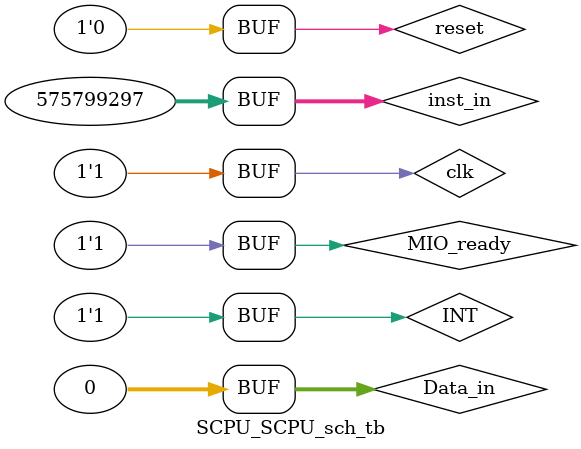
<source format=v>

`timescale 1ns / 1ps

module SCPU_SCPU_sch_tb();

// Inputs
   reg clk;
   reg reset;
   reg [31:0] Data_in;
   reg [31:0] inst_in;
   reg INT;
   reg MIO_ready;

// Output
   wire [31:0] PC_out;
   wire [31:0] Addr_out;
   wire [31:0] Data_out;
   wire mem_w;
   wire CPU_MIO;

// Bidirs

// Instantiate the UUT
   SCPU UUT (
		.clk(clk), 
		.reset(reset), 
		.Data_in(Data_in), 
		.inst_in(inst_in), 
		.INT(INT), 
		.PC_out(PC_out), 
		.Addr_out(Addr_out), 
		.Data_out(Data_out), 
		.MIO_ready(MIO_ready), 
		.mem_w(mem_w), 
		.CPU_MIO(CPU_MIO)
   );
// Initialize Inputs
  // `ifdef auto_init
       initial begin
		clk = 0;
		reset = 1;
		Data_in = 0;
		inst_in = 0;
		INT = 0;
		MIO_ready = 1;
   //`endif
		#10;reset=0;
		// Add stimulus here
			inst_in = 32'h22520001; // addi s2, s2, 1
			#40;
			inst_in = 32'h36520002; //ori $s2, $s2, 2
			#40;
			INT = 1;
			#40;
			inst_in = 32'h22520001; // addi s2, s2, 1
			#40;
			inst_in = 32'hac120000; //sw $s2, 0($zero)
			#40;
			inst_in = 32'h42000018; //eret 
			#40;
			inst_in = 32'h22520001; // addi s2, s2, 1
		end
	
	always begin
		clk = 0;#20;
		clk = 1;#20;
	end
endmodule

</source>
